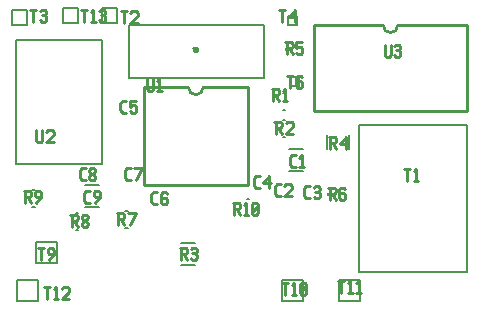
<source format=gbr>
G04 start of page 8 for group -4079 idx -4079 *
G04 Title: (unknown), topsilk *
G04 Creator: pcb 20110918 *
G04 CreationDate: mar 22 dic 2015 20:03:52 GMT UTC *
G04 For: paolo *
G04 Format: Gerber/RS-274X *
G04 PCB-Dimensions: 155000 102500 *
G04 PCB-Coordinate-Origin: lower left *
%MOIN*%
%FSLAX25Y25*%
%LNTOPSILK*%
%ADD198C,0.0050*%
%ADD197C,0.0060*%
%ADD196C,0.0080*%
%ADD195C,0.0100*%
G54D195*X102500Y95900D02*X125500D01*
X130500D02*X153500D01*
X102500D02*Y67400D01*
X153500D01*
Y95900D02*Y67400D01*
X125500Y95900D02*G75*G03X130500Y95900I2500J0D01*G01*
G54D196*X98755Y88393D02*Y87607D01*
X93245Y88393D02*Y87607D01*
G54D197*X94450Y75500D02*X97450D01*
X94450Y78500D02*X97450D01*
X94450Y75500D02*Y78500D01*
X97450D02*Y75500D01*
G54D196*X92107Y64255D02*X92893D01*
X92107Y58745D02*X92893D01*
X94138Y54740D02*X98862D01*
X94138Y47260D02*X98862D01*
X92150Y73255D02*X92936D01*
X92150Y67745D02*X92936D01*
X107245Y39893D02*Y39107D01*
X112755Y39893D02*Y39107D01*
X106760Y59362D02*Y54638D01*
X114240Y59362D02*Y54638D01*
G54D197*X93950Y96000D02*X96950D01*
X93950Y99000D02*X96950D01*
X93950Y96000D02*Y99000D01*
X96950D02*Y96000D01*
X91950Y4000D02*X98950D01*
X91950Y11000D02*X98950D01*
X91950Y4000D02*Y11000D01*
X98950D02*Y4000D01*
X111000D02*X118000D01*
X111000Y11000D02*X118000D01*
X111000Y4000D02*Y11000D01*
X118000D02*Y4000D01*
X117500Y62500D02*Y13500D01*
Y62500D02*X153500D01*
X117500Y13500D02*X153500D01*
Y62500D02*Y13500D01*
G54D196*X26138Y35260D02*X30862D01*
X26138Y42740D02*X30862D01*
X39607Y33755D02*X40393D01*
X39607Y28245D02*X40393D01*
X23107Y27745D02*X23893D01*
X23107Y33255D02*X23893D01*
G54D197*X9950Y16500D02*X16950D01*
X9950Y23500D02*X16950D01*
X9950Y16500D02*Y23500D01*
X16950D02*Y16500D01*
G54D196*X8607Y35245D02*X9393D01*
X8607Y40755D02*X9393D01*
G54D197*X1950Y96000D02*X6950D01*
X1950Y101000D02*X6950D01*
X1950Y96000D02*Y101000D01*
X6950D02*Y96000D01*
G54D198*X3300Y91000D02*Y49600D01*
X31800D01*
Y91000D02*Y49600D01*
X3300Y91000D02*X31800D01*
G54D197*X3450Y4000D02*X10450D01*
X3450Y11000D02*X10450D01*
X3450Y4000D02*Y11000D01*
X10450D02*Y4000D01*
G54D196*X58138Y23240D02*X62862D01*
X58138Y15760D02*X62862D01*
G54D197*X31950Y96500D02*X36950D01*
X31950Y101500D02*X36950D01*
X31950Y96500D02*Y101500D01*
X36950D02*Y96500D01*
X18950D02*X23950D01*
X18950Y101500D02*X23950D01*
X18950Y96500D02*Y101500D01*
X23950D02*Y96500D01*
G54D196*X80107Y37755D02*X80893D01*
X80107Y32245D02*X80893D01*
G54D195*X45700Y75200D02*X60600D01*
X65600D02*X80600D01*
Y42500D01*
X45700D01*
Y75200D01*
X60600D02*G75*G03X65600Y75200I2500J0D01*G01*
G54D196*X41000Y95900D02*X86000D01*
Y78100D01*
X41000D02*X86000D01*
X41000Y95900D02*Y78100D01*
G54D195*X126100Y89300D02*Y85800D01*
X126600Y85300D01*
X127600D01*
X128100Y85800D01*
Y89300D02*Y85800D01*
X129300Y88800D02*X129800Y89300D01*
X130800D01*
X131300Y88800D01*
X130800Y85300D02*X131300Y85800D01*
X129800Y85300D02*X130800D01*
X129300Y85800D02*X129800Y85300D01*
Y87500D02*X130800D01*
X131300Y88800D02*Y88000D01*
Y87000D02*Y85800D01*
Y87000D02*X130800Y87500D01*
X131300Y88000D02*X130800Y87500D01*
X92893Y90193D02*X94893D01*
X95393Y89693D01*
Y88693D01*
X94893Y88193D02*X95393Y88693D01*
X93393Y88193D02*X94893D01*
X93393Y90193D02*Y86193D01*
X94193Y88193D02*X95393Y86193D01*
X96593Y90193D02*X98593D01*
X96593D02*Y88193D01*
X97093Y88693D01*
X98093D01*
X98593Y88193D01*
Y86693D01*
X98093Y86193D02*X98593Y86693D01*
X97093Y86193D02*X98093D01*
X96593Y86693D02*X97093Y86193D01*
X63500Y88250D02*X62875Y87250D01*
X63500D02*X62875Y88250D01*
X62575Y87450D02*X62375Y87250D01*
Y88250D02*Y87250D01*
X62200Y88250D02*X62575D01*
X57730Y21704D02*X59730D01*
X60230Y21204D01*
Y20204D01*
X59730Y19704D02*X60230Y20204D01*
X58230Y19704D02*X59730D01*
X58230Y21704D02*Y17704D01*
X59030Y19704D02*X60230Y17704D01*
X61430Y21204D02*X61930Y21704D01*
X62930D01*
X63430Y21204D01*
X62930Y17704D02*X63430Y18204D01*
X61930Y17704D02*X62930D01*
X61430Y18204D02*X61930Y17704D01*
Y19904D02*X62930D01*
X63430Y21204D02*Y20404D01*
Y19404D02*Y18204D01*
Y19404D02*X62930Y19904D01*
X63430Y20404D02*X62930Y19904D01*
X89307Y63650D02*X91307D01*
X91807Y63150D01*
Y62150D01*
X91307Y61650D02*X91807Y62150D01*
X89807Y61650D02*X91307D01*
X89807Y63650D02*Y59650D01*
X90607Y61650D02*X91807Y59650D01*
X93007Y63150D02*X93507Y63650D01*
X95007D01*
X95507Y63150D01*
Y62150D01*
X93007Y59650D02*X95507Y62150D01*
X93007Y59650D02*X95507D01*
X88350Y74650D02*X90350D01*
X90850Y74150D01*
Y73150D01*
X90350Y72650D02*X90850Y73150D01*
X88850Y72650D02*X90350D01*
X88850Y74650D02*Y70650D01*
X89650Y72650D02*X90850Y70650D01*
X92050Y73850D02*X92850Y74650D01*
Y70650D01*
X92050D02*X93550D01*
X107445Y58745D02*X109445D01*
X109945Y58245D01*
Y57245D01*
X109445Y56745D02*X109945Y57245D01*
X107945Y56745D02*X109445D01*
X107945Y58745D02*Y54745D01*
X108745Y56745D02*X109945Y54745D01*
X111145Y56245D02*X113145Y58745D01*
X111145Y56245D02*X113645D01*
X113145Y58745D02*Y54745D01*
X93400Y79000D02*X95400D01*
X94400D02*Y75000D01*
X98100Y79000D02*X98600Y78500D01*
X97100Y79000D02*X98100D01*
X96600Y78500D02*X97100Y79000D01*
X96600Y78500D02*Y75500D01*
X97100Y75000D01*
X98100Y77200D02*X98600Y76700D01*
X96600Y77200D02*X98100D01*
X97100Y75000D02*X98100D01*
X98600Y75500D01*
Y76700D02*Y75500D01*
X90950Y101000D02*X92950D01*
X91950D02*Y97000D01*
X94150Y98500D02*X96150Y101000D01*
X94150Y98500D02*X96650D01*
X96150Y101000D02*Y97000D01*
X99873Y38150D02*X101173D01*
X99173Y38850D02*X99873Y38150D01*
X99173Y41450D02*Y38850D01*
Y41450D02*X99873Y42150D01*
X101173D01*
X102373Y41650D02*X102873Y42150D01*
X103873D01*
X104373Y41650D01*
X103873Y38150D02*X104373Y38650D01*
X102873Y38150D02*X103873D01*
X102373Y38650D02*X102873Y38150D01*
Y40350D02*X103873D01*
X104373Y41650D02*Y40850D01*
Y39850D02*Y38650D01*
Y39850D02*X103873Y40350D01*
X104373Y40850D02*X103873Y40350D01*
X90149Y38749D02*X91449D01*
X89449Y39449D02*X90149Y38749D01*
X89449Y42049D02*Y39449D01*
Y42049D02*X90149Y42749D01*
X91449D01*
X92649Y42249D02*X93149Y42749D01*
X94649D01*
X95149Y42249D01*
Y41249D01*
X92649Y38749D02*X95149Y41249D01*
X92649Y38749D02*X95149D01*
X95050Y48530D02*X96350D01*
X94350Y49230D02*X95050Y48530D01*
X94350Y51830D02*Y49230D01*
Y51830D02*X95050Y52530D01*
X96350D01*
X97550Y51730D02*X98350Y52530D01*
Y48530D01*
X97550D02*X99050D01*
X107235Y41602D02*X109235D01*
X109735Y41102D01*
Y40102D01*
X109235Y39602D02*X109735Y40102D01*
X107735Y39602D02*X109235D01*
X107735Y41602D02*Y37602D01*
X108535Y39602D02*X109735Y37602D01*
X112435Y41602D02*X112935Y41102D01*
X111435Y41602D02*X112435D01*
X110935Y41102D02*X111435Y41602D01*
X110935Y41102D02*Y38102D01*
X111435Y37602D01*
X112435Y39802D02*X112935Y39302D01*
X110935Y39802D02*X112435D01*
X111435Y37602D02*X112435D01*
X112935Y38102D01*
Y39302D02*Y38102D01*
X75393Y36607D02*X77393D01*
X77893Y36107D01*
Y35107D01*
X77393Y34607D02*X77893Y35107D01*
X75893Y34607D02*X77393D01*
X75893Y36607D02*Y32607D01*
X76693Y34607D02*X77893Y32607D01*
X79093Y35807D02*X79893Y36607D01*
Y32607D01*
X79093D02*X80593D01*
X81793Y33107D02*X82293Y32607D01*
X81793Y36107D02*Y33107D01*
Y36107D02*X82293Y36607D01*
X83293D01*
X83793Y36107D01*
Y33107D01*
X83293Y32607D02*X83793Y33107D01*
X82293Y32607D02*X83293D01*
X81793Y33607D02*X83793Y35607D01*
X83050Y41650D02*X84350D01*
X82350Y42350D02*X83050Y41650D01*
X82350Y44950D02*Y42350D01*
Y44950D02*X83050Y45650D01*
X84350D01*
X85550Y43150D02*X87550Y45650D01*
X85550Y43150D02*X88050D01*
X87550Y45650D02*Y41650D01*
X132500Y47900D02*X134500D01*
X133500D02*Y43900D01*
X135700Y47100D02*X136500Y47900D01*
Y43900D01*
X135700D02*X137200D01*
X91957Y10050D02*X93957D01*
X92957D02*Y6050D01*
X95157Y9250D02*X95957Y10050D01*
Y6050D01*
X95157D02*X96657D01*
X97857Y6550D02*X98357Y6050D01*
X97857Y9550D02*Y6550D01*
Y9550D02*X98357Y10050D01*
X99357D01*
X99857Y9550D01*
Y6550D01*
X99357Y6050D02*X99857Y6550D01*
X98357Y6050D02*X99357D01*
X97857Y7050D02*X99857Y9050D01*
X110650Y10550D02*X112650D01*
X111650D02*Y6550D01*
X113850Y9750D02*X114650Y10550D01*
Y6550D01*
X113850D02*X115350D01*
X116550Y9750D02*X117350Y10550D01*
Y6550D01*
X116550D02*X118050D01*
X40050Y44209D02*X41350D01*
X39350Y44909D02*X40050Y44209D01*
X39350Y47509D02*Y44909D01*
Y47509D02*X40050Y48209D01*
X41350D01*
X43050Y44209D02*X45050Y48209D01*
X42550D02*X45050D01*
X21307Y32745D02*X23307D01*
X23807Y32245D01*
Y31245D01*
X23307Y30745D02*X23807Y31245D01*
X21807Y30745D02*X23307D01*
X21807Y32745D02*Y28745D01*
X22607Y30745D02*X23807Y28745D01*
X25007Y29245D02*X25507Y28745D01*
X25007Y30045D02*Y29245D01*
Y30045D02*X25707Y30745D01*
X26307D01*
X27007Y30045D01*
Y29245D01*
X26507Y28745D02*X27007Y29245D01*
X25507Y28745D02*X26507D01*
X25007Y31445D02*X25707Y30745D01*
X25007Y32245D02*Y31445D01*
Y32245D02*X25507Y32745D01*
X26507D01*
X27007Y32245D01*
Y31445D01*
X26307Y30745D02*X27007Y31445D01*
X10570Y21412D02*X12570D01*
X11570D02*Y17412D01*
X14270D02*X15770Y19412D01*
Y20912D02*Y19412D01*
X15270Y21412D02*X15770Y20912D01*
X14270Y21412D02*X15270D01*
X13770Y20912D02*X14270Y21412D01*
X13770Y20912D02*Y19912D01*
X14270Y19412D01*
X15770D01*
X26550Y36650D02*X27850D01*
X25850Y37350D02*X26550Y36650D01*
X25850Y39950D02*Y37350D01*
Y39950D02*X26550Y40650D01*
X27850D01*
X29550Y36650D02*X31050Y38650D01*
Y40150D02*Y38650D01*
X30550Y40650D02*X31050Y40150D01*
X29550Y40650D02*X30550D01*
X29050Y40150D02*X29550Y40650D01*
X29050Y40150D02*Y39150D01*
X29550Y38650D01*
X31050D01*
X12500Y8550D02*X14500D01*
X13500D02*Y4550D01*
X15700Y7750D02*X16500Y8550D01*
Y4550D01*
X15700D02*X17200D01*
X18400Y8050D02*X18900Y8550D01*
X20400D01*
X20900Y8050D01*
Y7050D01*
X18400Y4550D02*X20900Y7050D01*
X18400Y4550D02*X20900D01*
X49007Y36150D02*X50307D01*
X48307Y36850D02*X49007Y36150D01*
X48307Y39450D02*Y36850D01*
Y39450D02*X49007Y40150D01*
X50307D01*
X53007D02*X53507Y39650D01*
X52007Y40150D02*X53007D01*
X51507Y39650D02*X52007Y40150D01*
X51507Y39650D02*Y36650D01*
X52007Y36150D01*
X53007Y38350D02*X53507Y37850D01*
X51507Y38350D02*X53007D01*
X52007Y36150D02*X53007D01*
X53507Y36650D01*
Y37850D02*Y36650D01*
X25109Y44150D02*X26409D01*
X24409Y44850D02*X25109Y44150D01*
X24409Y47450D02*Y44850D01*
Y47450D02*X25109Y48150D01*
X26409D01*
X27609Y44650D02*X28109Y44150D01*
X27609Y45450D02*Y44650D01*
Y45450D02*X28309Y46150D01*
X28909D01*
X29609Y45450D01*
Y44650D01*
X29109Y44150D02*X29609Y44650D01*
X28109Y44150D02*X29109D01*
X27609Y46850D02*X28309Y46150D01*
X27609Y47650D02*Y46850D01*
Y47650D02*X28109Y48150D01*
X29109D01*
X29609Y47650D01*
Y46850D01*
X28909Y46150D02*X29609Y46850D01*
X36807Y33150D02*X38807D01*
X39307Y32650D01*
Y31650D01*
X38807Y31150D02*X39307Y31650D01*
X37307Y31150D02*X38807D01*
X37307Y33150D02*Y29150D01*
X38107Y31150D02*X39307Y29150D01*
X41007D02*X43007Y33150D01*
X40507D02*X43007D01*
X38050Y100550D02*X40050D01*
X39050D02*Y96550D01*
X41250Y100050D02*X41750Y100550D01*
X43250D01*
X43750Y100050D01*
Y99050D01*
X41250Y96550D02*X43750Y99050D01*
X41250Y96550D02*X43750D01*
X38679Y66736D02*X39979D01*
X37979Y67436D02*X38679Y66736D01*
X37979Y70036D02*Y67436D01*
Y70036D02*X38679Y70736D01*
X39979D01*
X41179D02*X43179D01*
X41179D02*Y68736D01*
X41679Y69236D01*
X42679D01*
X43179Y68736D01*
Y67236D01*
X42679Y66736D02*X43179Y67236D01*
X41679Y66736D02*X42679D01*
X41179Y67236D02*X41679Y66736D01*
X47000Y78000D02*Y74500D01*
X47500Y74000D01*
X48500D01*
X49000Y74500D01*
Y78000D02*Y74500D01*
X50200Y77200D02*X51000Y78000D01*
Y74000D01*
X50200D02*X51700D01*
X8000Y101050D02*X10000D01*
X9000D02*Y97050D01*
X11200Y100550D02*X11700Y101050D01*
X12700D01*
X13200Y100550D01*
X12700Y97050D02*X13200Y97550D01*
X11700Y97050D02*X12700D01*
X11200Y97550D02*X11700Y97050D01*
Y99250D02*X12700D01*
X13200Y100550D02*Y99750D01*
Y98750D02*Y97550D01*
Y98750D02*X12700Y99250D01*
X13200Y99750D02*X12700Y99250D01*
X25000Y101050D02*X27000D01*
X26000D02*Y97050D01*
X28200Y100250D02*X29000Y101050D01*
Y97050D01*
X28200D02*X29700D01*
X30900Y100550D02*X31400Y101050D01*
X32400D01*
X32900Y100550D01*
X32400Y97050D02*X32900Y97550D01*
X31400Y97050D02*X32400D01*
X30900Y97550D02*X31400Y97050D01*
Y99250D02*X32400D01*
X32900Y100550D02*Y99750D01*
Y98750D02*Y97550D01*
Y98750D02*X32400Y99250D01*
X32900Y99750D02*X32400Y99250D01*
X10000Y60900D02*Y57400D01*
X10500Y56900D01*
X11500D01*
X12000Y57400D01*
Y60900D02*Y57400D01*
X13200Y60400D02*X13700Y60900D01*
X15200D01*
X15700Y60400D01*
Y59400D01*
X13200Y56900D02*X15700Y59400D01*
X13200Y56900D02*X15700D01*
X5791Y40650D02*X7791D01*
X8291Y40150D01*
Y39150D01*
X7791Y38650D02*X8291Y39150D01*
X6291Y38650D02*X7791D01*
X6291Y40650D02*Y36650D01*
X7091Y38650D02*X8291Y36650D01*
X9991D02*X11491Y38650D01*
Y40150D02*Y38650D01*
X10991Y40650D02*X11491Y40150D01*
X9991Y40650D02*X10991D01*
X9491Y40150D02*X9991Y40650D01*
X9491Y40150D02*Y39150D01*
X9991Y38650D01*
X11491D01*
M02*

</source>
